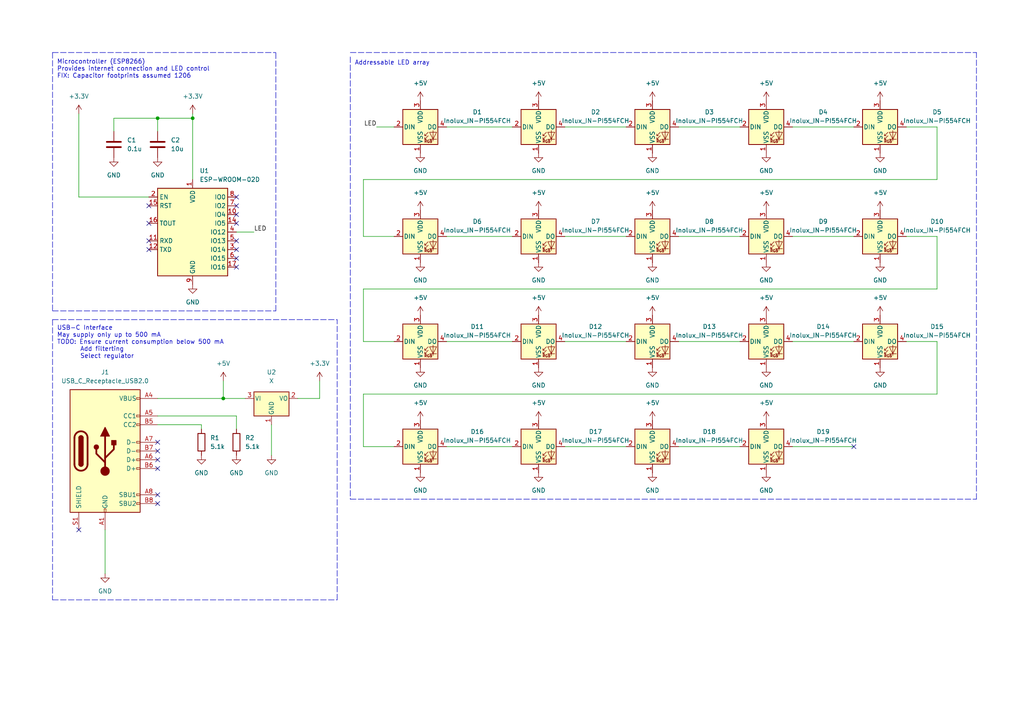
<source format=kicad_sch>
(kicad_sch (version 20211123) (generator eeschema)
  (paper "A4")
  (title_block (title "Apricity - Sunrise Alarm") (company "J. L. Hay (https://jordanhay.com)"))
  (lib_symbols
    (symbol "Connector:USB_C_Receptacle_USB2.0" (pin_names (offset 1.016))
      (property "Reference" "J1" (at 0 22.86 0))
      (property "Value" "USB_C_Receptacle_USB2.0" (at 0 20.32 0))
      (symbol "USB_C_Receptacle_USB2.0_0_0"
        (rectangle (start -0.254 -17.78) (end 0.254 -16.764))
        (rectangle (start 10.16 -14.986) (end 9.144 -15.494))
        (rectangle (start 10.16 -12.446) (end 9.144 -12.954))
        (rectangle (start 10.16 -4.826) (end 9.144 -5.334))
        (rectangle (start 10.16 -2.286) (end 9.144 -2.794))
        (rectangle (start 10.16 0.254) (end 9.144 -0.254))
        (rectangle (start 10.16 2.794) (end 9.144 2.286))
        (rectangle (start 10.16 7.874) (end 9.144 7.366))
        (rectangle (start 10.16 10.414) (end 9.144 9.906))
        (rectangle (start 10.16 15.494) (end 9.144 14.986))
      )
      (symbol "USB_C_Receptacle_USB2.0_0_1"
        (rectangle (start -10.16 17.78) (end 10.16 -17.78) (stroke (width 0.254)) (fill (type background)))
        (arc (start -8.89 -3.81) (mid -6.985 -5.715) (end -5.08 -3.81) (stroke (width 0.508)))
        (arc (start -7.62 -3.81) (mid -6.985 -4.445) (end -6.35 -3.81) (stroke (width 0.254)))
        (arc (start -7.62 -3.81) (mid -6.985 -4.445) (end -6.35 -3.81) (stroke (width 0.254)) (fill (type outline)))
        (rectangle (start -7.62 -3.81) (end -6.35 3.81) (stroke (width 0.254)) (fill (type outline)))
        (arc (start -6.35 3.81) (mid -6.985 4.445) (end -7.62 3.81) (stroke (width 0.254)))
        (arc (start -6.35 3.81) (mid -6.985 4.445) (end -7.62 3.81) (stroke (width 0.254)) (fill (type outline)))
        (arc (start -5.08 3.81) (mid -6.985 5.715) (end -8.89 3.81) (stroke (width 0.508)))
        (circle (center -2.54 1.143) (radius 0.635) (stroke (width 0.254)) (fill (type outline)))
        (circle (center 0 -5.842) (radius 1.27) (fill (type outline)))
        (polyline (pts (xy -8.89 -3.81) (xy -8.89 3.81)) (stroke (width 0.508)))
        (polyline (pts (xy -5.08 3.81) (xy -5.08 -3.81)) (stroke (width 0.508)))
        (polyline (pts (xy 0 -5.842) (xy 0 4.318)) (stroke (width 0.508)))
        (polyline (pts (xy 0 -3.302) (xy -2.54 -0.762) (xy -2.54 0.508)) (stroke (width 0.508)))
        (polyline (pts (xy 0 -2.032) (xy 2.54 0.508) (xy 2.54 1.778)) (stroke (width 0.508)))
        (polyline (pts (xy -1.27 4.318) (xy 0 6.858) (xy 1.27 4.318) (xy -1.27 4.318)) (stroke (width 0.254)) (fill (type outline)))
        (rectangle (start 1.905 1.778) (end 3.175 3.048) (stroke (width 0.254)) (fill (type outline)))
      )
      (symbol "USB_C_Receptacle_USB2.0_1_1"
        (pin power_out line (at 0 -22.86 90) (length 5.08) (name "GND") (number "A1"))
        (pin passive line (at 0 -22.86 90) (length 5.08) hide (name "GND") (number "A12"))
        (pin power_out line (at 15.24 15.24 180) (length 5.08) (name "VBUS") (number "A4"))
        (pin bidirectional line (at 15.24 10.16 180) (length 5.08) (name "CC1") (number "A5"))
        (pin bidirectional line (at 15.24 -2.54 180) (length 5.08) (name "D+") (number "A6"))
        (pin bidirectional line (at 15.24 2.54 180) (length 5.08) (name "D-") (number "A7"))
        (pin bidirectional line (at 15.24 -12.7 180) (length 5.08) (name "SBU1") (number "A8"))
        (pin passive line (at 15.24 15.24 180) (length 5.08) hide (name "VBUS") (number "A9"))
        (pin passive line (at 0 -22.86 90) (length 5.08) hide (name "GND") (number "B1"))
        (pin passive line (at 0 -22.86 90) (length 5.08) hide (name "GND") (number "B12"))
        (pin passive line (at 15.24 15.24 180) (length 5.08) hide (name "VBUS") (number "B4"))
        (pin bidirectional line (at 15.24 7.62 180) (length 5.08) (name "CC2") (number "B5"))
        (pin bidirectional line (at 15.24 -5.08 180) (length 5.08) (name "D+") (number "B6"))
        (pin bidirectional line (at 15.24 0 180) (length 5.08) (name "D-") (number "B7"))
        (pin bidirectional line (at 15.24 -15.24 180) (length 5.08) (name "SBU2") (number "B8"))
        (pin passive line (at 15.24 15.24 180) (length 5.08) hide (name "VBUS") (number "B9"))
        (pin passive line (at -7.62 -22.86 90) (length 5.08) (name "SHIELD") (number "S1"))
      )
    )
    (symbol "Device:C" (pin_numbers hide) (pin_names (offset 0.254))
      (property "Reference" "C" (at 0.635 2.54 0))
      (property "Value" "C" (at 0.635 -2.54 0))
      (symbol "C_0_1"
        (polyline (pts (xy -2.032 -0.762) (xy 2.032 -0.762)) (stroke (width 0.508)))
        (polyline (pts (xy -2.032 0.762) (xy 2.032 0.762)) (stroke (width 0.508)))
      )
      (symbol "C_1_1"
        (pin passive line (at 0 3.81 270) (length 2.794) (name "~") (number "1"))
        (pin passive line (at 0 -3.81 90) (length 2.794) (name "~") (number "2"))
      )
    )
    (symbol "Device:R" (pin_numbers hide) (pin_names (offset 0))
      (property "Reference" "R" (at 2.032 0 90))
      (property "Value" "R" (at 0 0 90))
      (symbol "R_0_1"
        (rectangle (start -1.016 -2.54) (end 1.016 2.54) (stroke (width 0.254)))
      )
      (symbol "R_1_1"
        (pin passive line (at 0 3.81 270) (length 1.27) (name "~") (number "1"))
        (pin passive line (at 0 -3.81 90) (length 1.27) (name "~") (number "2"))
      )
    )
    (symbol "LED:Inolux_IN-PI554FCH" (pin_names (offset 0.254))
      (property "Reference" "D" (at 5.08 5.715 0))
      (property "Value" "Inolux_IN-PI554FCH" (at 1.27 -5.715 0))
      (symbol "Inolux_IN-PI554FCH_0_0"
        (text "RGB" (at 2.286 -4.191 0) (effects (font (size 0.762 0.762))))
      )
      (symbol "Inolux_IN-PI554FCH_0_1"
        (polyline (pts (xy 1.27 -3.556) (xy 1.778 -3.556)))
        (polyline (pts (xy 1.27 -2.54) (xy 1.778 -2.54)))
        (polyline (pts (xy 4.699 -3.556) (xy 2.667 -3.556)))
        (polyline (pts (xy 2.286 -2.54) (xy 1.27 -3.556) (xy 1.27 -3.048)))
        (polyline (pts (xy 2.286 -1.524) (xy 1.27 -2.54) (xy 1.27 -2.032)))
        (polyline (pts (xy 3.683 -1.016) (xy 3.683 -3.556) (xy 3.683 -4.064)))
        (polyline (pts (xy 4.699 -1.524) (xy 2.667 -1.524) (xy 3.683 -3.556) (xy 4.699 -1.524)))
        (rectangle (start 5.08 5.08) (end -5.08 -5.08) (stroke (width 0.254)) (fill (type background)))
      )
      (symbol "Inolux_IN-PI554FCH_1_1"
        (pin power_in line (at 0 -7.62 90) (length 2.54) (name "VSS") (number "1"))
        (pin input line (at -7.62 0 0) (length 2.54) (name "DIN") (number "2"))
        (pin power_in line (at 0 7.62 270) (length 2.54) (name "VDD") (number "3"))
        (pin output line (at 7.62 0 180) (length 2.54) (name "DO") (number "4"))
      )
    )
    (symbol "RF_Module:ESP-WROOM-02"
      (property "Reference" "U" (at -7.62 13.97 0))
      (property "Value" "ESP-WROOM-02" (at 10.16 13.97 0))
      (symbol "ESP-WROOM-02_0_1"
        (rectangle (start 10.16 12.7) (end -10.16 -12.7) (stroke (width 0.254)) (fill (type background)))
      )
      (symbol "ESP-WROOM-02_1_1"
        (pin power_in line (at 0 15.24 270) (length 2.54) (name "VDD") (number "1"))
        (pin bidirectional line (at 12.7 5.08 180) (length 2.54) (name "IO4") (number "10"))
        (pin bidirectional line (at -12.7 -2.54 0) (length 2.54) (name "RXD") (number "11"))
        (pin bidirectional line (at -12.7 -5.08 0) (length 2.54) (name "TXD") (number "12"))
        (pin passive line (at 0 -15.24 90) (length 2.54) hide (name "GND") (number "13"))
        (pin bidirectional line (at 12.7 2.54 180) (length 2.54) (name "IO5") (number "14"))
        (pin input line (at -12.7 7.62 0) (length 2.54) (name "RST") (number "15"))
        (pin input line (at -12.7 2.54 0) (length 2.54) (name "TOUT") (number "16"))
        (pin bidirectional line (at 12.7 -10.16 180) (length 2.54) (name "IO16") (number "17"))
        (pin passive line (at 0 -15.24 90) (length 2.54) hide (name "GND") (number "18"))
        (pin passive line (at 0 -15.24 90) (length 2.54) hide (name "GND") (number "19"))
        (pin input line (at -12.7 10.16 0) (length 2.54) (name "EN") (number "2"))
        (pin bidirectional line (at 12.7 -5.08 180) (length 2.54) (name "IO14") (number "3"))
        (pin bidirectional line (at 12.7 0 180) (length 2.54) (name "IO12") (number "4"))
        (pin bidirectional line (at 12.7 -2.54 180) (length 2.54) (name "IO13") (number "5"))
        (pin bidirectional line (at 12.7 -7.62 180) (length 2.54) (name "IO15") (number "6"))
        (pin bidirectional line (at 12.7 7.62 180) (length 2.54) (name "IO2") (number "7"))
        (pin bidirectional line (at 12.7 10.16 180) (length 2.54) (name "IO0") (number "8"))
        (pin power_in line (at 0 -15.24 90) (length 2.54) (name "GND") (number "9"))
      )
    )
    (symbol "Regulator_Linear:AMS1117-3.3" (pin_names (offset 0.254))
      (property "Reference" "U" (at -3.81 3.175 0))
      (property "Value" "AMS1117-3.3" (at 0 3.175 0))
      (symbol "AMS1117-3.3_0_1"
        (rectangle (start -5.08 -5.08) (end 5.08 1.905) (stroke (width 0.254)) (fill (type background)))
      )
      (symbol "AMS1117-3.3_1_1"
        (pin power_in line (at 0 -7.62 90) (length 2.54) (name "GND") (number "1"))
        (pin power_out line (at 7.62 0 180) (length 2.54) (name "VO") (number "2"))
        (pin power_in line (at -7.62 0 0) (length 2.54) (name "VI") (number "3"))
      )
    )
    (symbol "power:+3.3V" (power) (pin_names (offset 0))
      (property "Value" "+3.3V" (at 0 3.556 0))
      (symbol "+3.3V_0_1"
        (polyline (pts (xy -0.762 1.27) (xy 0 2.54)))
        (polyline (pts (xy 0 0) (xy 0 2.54)))
        (polyline (pts (xy 0 2.54) (xy 0.762 1.27)))
      )
      (symbol "+3.3V_1_1"
        (pin power_in line (at 0 0 90) (length 0) hide (name "+3.3V") (number "1"))
      )
    )
    (symbol "power:+5V" (power) (pin_names (offset 0))
      (property "Value" "+5V" (at 0 3.556 0))
      (symbol "+5V_0_1"
        (polyline (pts (xy -0.762 1.27) (xy 0 2.54)))
        (polyline (pts (xy 0 0) (xy 0 2.54)))
        (polyline (pts (xy 0 2.54) (xy 0.762 1.27)))
      )
      (symbol "+5V_1_1"
        (pin power_in line (at 0 0 90) (length 0) hide (name "+5V") (number "1"))
      )
    )
    (symbol "power:GND" (power) (pin_names (offset 0))
      (property "Value" "GND" (at 0 -3.81 0))
      (symbol "GND_0_1"
        (polyline (pts (xy 0 0) (xy 0 -1.27) (xy 1.27 -1.27) (xy 0 -2.54) (xy -1.27 -1.27) (xy 0 -1.27)))
      )
      (symbol "GND_1_1"
        (pin power_in line (at 0 0 270) (length 0) hide (name "GND") (number "1"))
      )
    )
  )
  (junction (at 64.77 115.57))
  (junction (at 45.72 34.29))
  (junction (at 55.88 34.29))
  (no_connect (at 45.72 143.51))
  (no_connect (at 22.86 153.67))
  (no_connect (at 68.58 77.47))
  (no_connect (at 68.58 64.77))
  (no_connect (at 45.72 130.81))
  (no_connect (at 43.18 72.39))
  (no_connect (at 45.72 146.05))
  (no_connect (at 43.18 69.85))
  (no_connect (at 43.18 64.77))
  (no_connect (at 45.72 128.27))
  (no_connect (at 68.58 62.23))
  (no_connect (at 68.58 59.69))
  (no_connect (at 43.18 59.69))
  (no_connect (at 68.58 57.15))
  (no_connect (at 247.65 129.54))
  (no_connect (at 68.58 74.93))
  (no_connect (at 45.72 133.35))
  (no_connect (at 68.58 72.39))
  (no_connect (at 45.72 135.89))
  (no_connect (at 68.58 69.85))
  (wire (pts (xy 229.87 68.58) (xy 247.65 68.58)))
  (polyline (pts (xy 15.24 15.24) (xy 15.24 90.17)))
  (wire (pts (xy 163.83 68.58) (xy 181.61 68.58)))
  (wire (pts (xy 105.41 83.82) (xy 271.78 83.82)))
  (wire (pts (xy 92.71 110.49) (xy 92.71 115.57)))
  (wire (pts (xy 64.77 110.49) (xy 64.77 115.57)))
  (wire (pts (xy 196.85 99.06) (xy 214.63 99.06)))
  (wire (pts (xy 105.41 83.82) (xy 105.41 99.06)))
  (wire (pts (xy 271.78 99.06) (xy 271.78 114.3)))
  (polyline (pts (xy 101.6 15.24) (xy 283.21 15.24)))
  (wire (pts (xy 55.88 34.29) (xy 55.88 52.07)))
  (wire (pts (xy 45.72 34.29) (xy 33.02 34.29)))
  (wire (pts (xy 105.41 99.06) (xy 114.3 99.06)))
  (wire (pts (xy 163.83 36.83) (xy 181.61 36.83)))
  (wire (pts (xy 271.78 36.83) (xy 271.78 52.07)))
  (wire (pts (xy 105.41 114.3) (xy 271.78 114.3)))
  (wire (pts (xy 30.48 153.67) (xy 30.48 166.37)))
  (wire (pts (xy 68.58 67.31) (xy 73.66 67.31)))
  (wire (pts (xy 78.74 123.19) (xy 78.74 132.08)))
  (wire (pts (xy 129.54 99.06) (xy 148.59 99.06)))
  (wire (pts (xy 262.89 36.83) (xy 271.78 36.83)))
  (wire (pts (xy 105.41 129.54) (xy 114.3 129.54)))
  (wire (pts (xy 229.87 36.83) (xy 247.65 36.83)))
  (wire (pts (xy 64.77 115.57) (xy 71.12 115.57)))
  (wire (pts (xy 58.42 123.19) (xy 45.72 123.19)))
  (wire (pts (xy 22.86 57.15) (xy 43.18 57.15)))
  (wire (pts (xy 196.85 36.83) (xy 214.63 36.83)))
  (wire (pts (xy 163.83 129.54) (xy 181.61 129.54)))
  (wire (pts (xy 55.88 33.02) (xy 55.88 34.29)))
  (wire (pts (xy 229.87 129.54) (xy 247.65 129.54)))
  (wire (pts (xy 92.71 115.57) (xy 86.36 115.57)))
  (wire (pts (xy 109.22 36.83) (xy 114.3 36.83)))
  (wire (pts (xy 58.42 124.46) (xy 58.42 123.19)))
  (wire (pts (xy 196.85 129.54) (xy 214.63 129.54)))
  (wire (pts (xy 105.41 52.07) (xy 271.78 52.07)))
  (wire (pts (xy 68.58 120.65) (xy 68.58 124.46)))
  (wire (pts (xy 105.41 114.3) (xy 105.41 129.54)))
  (polyline (pts (xy 15.24 90.17) (xy 80.01 90.17)))
  (wire (pts (xy 262.89 99.06) (xy 271.78 99.06)))
  (wire (pts (xy 229.87 99.06) (xy 247.65 99.06)))
  (polyline (pts (xy 15.24 92.71) (xy 97.79 92.71)))
  (wire (pts (xy 22.86 33.02) (xy 22.86 57.15)))
  (wire (pts (xy 105.41 52.07) (xy 105.41 68.58)))
  (wire (pts (xy 45.72 120.65) (xy 68.58 120.65)))
  (wire (pts (xy 271.78 68.58) (xy 262.89 68.58)))
  (polyline (pts (xy 101.6 16.51) (xy 101.6 144.78)))
  (wire (pts (xy 105.41 68.58) (xy 114.3 68.58)))
  (wire (pts (xy 129.54 68.58) (xy 148.59 68.58)))
  (wire (pts (xy 45.72 34.29) (xy 45.72 38.1)))
  (wire (pts (xy 163.83 99.06) (xy 181.61 99.06)))
  (wire (pts (xy 33.02 34.29) (xy 33.02 38.1)))
  (wire (pts (xy 129.54 129.54) (xy 148.59 129.54)))
  (wire (pts (xy 271.78 83.82) (xy 271.78 68.58)))
  (polyline (pts (xy 80.01 90.17) (xy 80.01 15.24)))
  (polyline (pts (xy 15.24 92.71) (xy 15.24 173.99)))
  (wire (pts (xy 55.88 34.29) (xy 45.72 34.29)))
  (wire (pts (xy 129.54 36.83) (xy 148.59 36.83)))
  (polyline (pts (xy 101.6 144.78) (xy 283.21 144.78)))
  (polyline (pts (xy 283.21 144.78) (xy 283.21 15.24)))
  (polyline (pts (xy 15.24 15.24) (xy 80.01 15.24)))
  (wire (pts (xy 196.85 68.58) (xy 214.63 68.58)))
  (polyline (pts (xy 15.24 173.99) (xy 97.79 173.99)))
  (wire (pts (xy 45.72 115.57) (xy 64.77 115.57)))
  (polyline (pts (xy 97.79 173.99) (xy 97.79 92.71)))
  (text "Addressable LED array\n" (at 102.87 19.05 0) (effects (font (size 1.27 1.27)) (justify left bottom)))
  (text "USB-C Interface\nMay supply only up to 500 mA\nTODO: Ensure current consumption below 500 mA\n	  Add filterting\n	  Select regulator" (at 16.51 104.14 0) (effects (font (size 1.27 1.27)) (justify left bottom)))
  (text "Microcontroller (ESP8266)\nProvides internet connection and LED control\nFIX: Capacitor footprints assumed 1206\n" (at 16.51 22.86 0) (effects (font (size 1.27 1.27)) (justify left bottom)))
  (label "LED" (at 73.66 67.31 0))
  (label "LED" (at 109.22 36.83 180))
  (symbol (lib_id "power:+5V") (at 156.21 91.44 0) (unit 1)
    (property "Reference" "#PWR027" (effects hide))
    (property "Value" "+5V" (at 156.21 86.36 0))
  )
  (symbol (lib_id "power:+5V") (at 255.27 60.96 0) (unit 1)
    (property "Reference" "#PWR019" (effects hide))
    (property "Value" "+5V" (at 255.27 55.88 0))
  )
  (symbol (lib_id "LED:Inolux_IN-PI554FCH") (at 156.21 129.54 0) (unit 1)
    (property "Reference" "D17" (at 172.72 125.2093 0))
    (property "Value" "Inolux_IN-PI554FCH" (at 172.72 127.7493 0))
    (property "Footprint" "LED_SMD:LED_Inolux_IN-PI554FCH_PLCC4_5.0x5.0mm_P3.2mm" (effects hide))
    (property "Datasheet" "http://www.inolux-corp.com/datasheet/SMDLED/Addressable%20LED/IN-PI554FCH.pdf" (effects hide))
  )
  (symbol (lib_id "power:GND") (at 255.27 106.68 0) (unit 1)
    (property "Reference" "#PWR035" (effects hide))
    (property "Value" "GND" (at 255.27 111.76 0))
  )
  (symbol (lib_id "power:+5V") (at 189.23 91.44 0) (unit 1)
    (property "Reference" "#PWR028" (effects hide))
    (property "Value" "+5V" (at 189.23 86.36 0))
  )
  (symbol (lib_id "Device:R") (at 58.42 128.27 0) (unit 1)
    (property "Reference" "R1" (at 60.96 126.9999 0) (effects (justify left)))
    (property "Value" "5.1k" (at 60.96 129.5399 0) (effects (justify left)))
    (property "Footprint" "Resistor_SMD:R_0805_2012Metric" (effects hide))
  )
  (symbol (lib_id "RF_Module:ESP-WROOM-02") (at 55.88 67.31 0) (unit 1)
    (property "Reference" "U1" (at 57.8994 49.53 0) (effects (justify left)))
    (property "Value" "ESP-WROOM-02D" (at 57.8994 52.07 0) (effects (justify left)))
    (property "Footprint" "RF_Module:ESP-WROOM-02" (effects hide))
    (property "Datasheet" "https://www.espressif.com/sites/default/files/documentation/esp-wroom-02u_esp-wroom-02d_datasheet_en.pdf" (effects hide))
  )
  (symbol (lib_id "power:GND") (at 156.21 106.68 0) (unit 1)
    (property "Reference" "#PWR032" (effects hide))
    (property "Value" "GND" (at 156.21 111.76 0))
  )
  (symbol (lib_id "LED:Inolux_IN-PI554FCH") (at 121.92 36.83 0) (unit 1)
    (property "Reference" "D1" (at 138.43 32.4993 0))
    (property "Value" "Inolux_IN-PI554FCH" (at 138.43 35.0393 0))
    (property "Footprint" "LED_SMD:LED_Inolux_IN-PI554FCH_PLCC4_5.0x5.0mm_P3.2mm" (effects hide))
    (property "Datasheet" "http://www.inolux-corp.com/datasheet/SMDLED/Addressable%20LED/IN-PI554FCH.pdf" (effects hide))
  )
  (symbol (lib_id "power:GND") (at 45.72 45.72 0) (unit 1)
    (property "Reference" "#PWR014" (effects hide))
    (property "Value" "GND" (at 45.72 50.8 0))
  )
  (symbol (lib_id "power:+3.3V") (at 22.86 33.02 0) (unit 1)
    (property "Reference" "#PWR06" (effects hide))
    (property "Value" "+3.3V" (at 22.86 27.94 0))
  )
  (symbol (lib_id "power:GND") (at 222.25 106.68 0) (unit 1)
    (property "Reference" "#PWR034" (effects hide))
    (property "Value" "GND" (at 222.25 111.76 0))
  )
  (symbol (lib_id "power:GND") (at 78.74 132.08 0) (unit 1)
    (property "Reference" "#PWR044" (effects hide))
    (property "Value" "GND" (at 78.74 137.16 0))
  )
  (symbol (lib_id "power:+5V") (at 222.25 60.96 0) (unit 1)
    (property "Reference" "#PWR018" (effects hide))
    (property "Value" "+5V" (at 222.25 55.88 0))
  )
  (symbol (lib_id "LED:Inolux_IN-PI554FCH") (at 189.23 99.06 0) (unit 1)
    (property "Reference" "D13" (at 205.74 94.7293 0))
    (property "Value" "Inolux_IN-PI554FCH" (at 205.74 97.2693 0))
    (property "Footprint" "LED_SMD:LED_Inolux_IN-PI554FCH_PLCC4_5.0x5.0mm_P3.2mm" (effects hide))
    (property "Datasheet" "http://www.inolux-corp.com/datasheet/SMDLED/Addressable%20LED/IN-PI554FCH.pdf" (effects hide))
  )
  (symbol (lib_id "LED:Inolux_IN-PI554FCH") (at 255.27 99.06 0) (unit 1)
    (property "Reference" "D15" (at 271.78 94.7293 0))
    (property "Value" "Inolux_IN-PI554FCH" (at 271.78 97.2693 0))
    (property "Footprint" "LED_SMD:LED_Inolux_IN-PI554FCH_PLCC4_5.0x5.0mm_P3.2mm" (effects hide))
    (property "Datasheet" "http://www.inolux-corp.com/datasheet/SMDLED/Addressable%20LED/IN-PI554FCH.pdf" (effects hide))
  )
  (symbol (lib_id "LED:Inolux_IN-PI554FCH") (at 189.23 129.54 0) (unit 1)
    (property "Reference" "D18" (at 205.74 125.2093 0))
    (property "Value" "Inolux_IN-PI554FCH" (at 205.74 127.7493 0))
    (property "Footprint" "LED_SMD:LED_Inolux_IN-PI554FCH_PLCC4_5.0x5.0mm_P3.2mm" (effects hide))
    (property "Datasheet" "http://www.inolux-corp.com/datasheet/SMDLED/Addressable%20LED/IN-PI554FCH.pdf" (effects hide))
  )
  (symbol (lib_id "power:GND") (at 255.27 76.2 0) (unit 1)
    (property "Reference" "#PWR024" (effects hide))
    (property "Value" "GND" (at 255.27 81.28 0))
  )
  (symbol (lib_id "power:+5V") (at 121.92 91.44 0) (unit 1)
    (property "Reference" "#PWR026" (effects hide))
    (property "Value" "+5V" (at 121.92 86.36 0))
  )
  (symbol (lib_id "power:GND") (at 55.88 82.55 0) (unit 1)
    (property "Reference" "#PWR025" (effects hide))
    (property "Value" "GND" (at 55.88 87.63 0))
  )
  (symbol (lib_id "LED:Inolux_IN-PI554FCH") (at 121.92 99.06 0) (unit 1)
    (property "Reference" "D11" (at 138.43 94.7293 0))
    (property "Value" "Inolux_IN-PI554FCH" (at 138.43 97.2693 0))
    (property "Footprint" "LED_SMD:LED_Inolux_IN-PI554FCH_PLCC4_5.0x5.0mm_P3.2mm" (effects hide))
    (property "Datasheet" "http://www.inolux-corp.com/datasheet/SMDLED/Addressable%20LED/IN-PI554FCH.pdf" (effects hide))
  )
  (symbol (lib_id "power:GND") (at 222.25 44.45 0) (unit 1)
    (property "Reference" "#PWR011" (effects hide))
    (property "Value" "GND" (at 222.25 49.53 0))
  )
  (symbol (lib_id "power:+5V") (at 189.23 121.92 0) (unit 1)
    (property "Reference" "#PWR040" (effects hide))
    (property "Value" "+5V" (at 189.23 116.84 0))
  )
  (symbol (lib_id "power:GND") (at 68.58 132.08 0) (unit 1)
    (property "Reference" "#PWR043" (effects hide))
    (property "Value" "GND" (at 68.58 137.16 0))
  )
  (symbol (lib_id "power:GND") (at 189.23 106.68 0) (unit 1)
    (property "Reference" "#PWR033" (effects hide))
    (property "Value" "GND" (at 189.23 111.76 0))
  )
  (symbol (lib_id "power:GND") (at 222.25 137.16 0) (unit 1)
    (property "Reference" "#PWR048" (effects hide))
    (property "Value" "GND" (at 222.25 142.24 0))
  )
  (symbol (lib_id "LED:Inolux_IN-PI554FCH") (at 156.21 36.83 0) (unit 1)
    (property "Reference" "D2" (at 172.72 32.4993 0))
    (property "Value" "Inolux_IN-PI554FCH" (at 172.72 35.0393 0))
    (property "Footprint" "LED_SMD:LED_Inolux_IN-PI554FCH_PLCC4_5.0x5.0mm_P3.2mm" (effects hide))
    (property "Datasheet" "http://www.inolux-corp.com/datasheet/SMDLED/Addressable%20LED/IN-PI554FCH.pdf" (effects hide))
  )
  (symbol (lib_id "power:+5V") (at 255.27 91.44 0) (unit 1)
    (property "Reference" "#PWR030" (effects hide))
    (property "Value" "+5V" (at 255.27 86.36 0))
  )
  (symbol (lib_id "power:+5V") (at 222.25 121.92 0) (unit 1)
    (property "Reference" "#PWR041" (effects hide))
    (property "Value" "+5V" (at 222.25 116.84 0))
  )
  (symbol (lib_id "LED:Inolux_IN-PI554FCH") (at 222.25 129.54 0) (unit 1)
    (property "Reference" "D19" (at 238.76 125.2093 0))
    (property "Value" "Inolux_IN-PI554FCH" (at 238.76 127.7493 0))
    (property "Footprint" "LED_SMD:LED_Inolux_IN-PI554FCH_PLCC4_5.0x5.0mm_P3.2mm" (effects hide))
    (property "Datasheet" "http://www.inolux-corp.com/datasheet/SMDLED/Addressable%20LED/IN-PI554FCH.pdf" (effects hide))
  )
  (symbol (lib_id "power:+5V") (at 222.25 29.21 0) (unit 1)
    (property "Reference" "#PWR04" (effects hide))
    (property "Value" "+5V" (at 222.25 24.13 0))
  )
  (symbol (lib_id "LED:Inolux_IN-PI554FCH") (at 121.92 129.54 0) (unit 1)
    (property "Reference" "D16" (at 138.43 125.2093 0))
    (property "Value" "Inolux_IN-PI554FCH" (at 138.43 127.7493 0))
    (property "Footprint" "LED_SMD:LED_Inolux_IN-PI554FCH_PLCC4_5.0x5.0mm_P3.2mm" (effects hide))
    (property "Datasheet" "http://www.inolux-corp.com/datasheet/SMDLED/Addressable%20LED/IN-PI554FCH.pdf" (effects hide))
  )
  (symbol (lib_id "power:+5V") (at 121.92 29.21 0) (unit 1)
    (property "Reference" "#PWR01" (effects hide))
    (property "Value" "+5V" (at 121.92 24.13 0))
  )
  (symbol (lib_id "Device:C") (at 45.72 41.91 0) (unit 1)
    (property "Reference" "C2" (at 49.53 40.6399 0) (effects (justify left)))
    (property "Value" "10u" (at 49.53 43.1799 0) (effects (justify left)))
    (property "Footprint" "Capacitor_SMD:C_1206_3216Metric" (effects hide))
  )
  (symbol (lib_id "LED:Inolux_IN-PI554FCH") (at 222.25 36.83 0) (unit 1)
    (property "Reference" "D4" (at 238.76 32.4993 0))
    (property "Value" "Inolux_IN-PI554FCH" (at 238.76 35.0393 0))
    (property "Footprint" "LED_SMD:LED_Inolux_IN-PI554FCH_PLCC4_5.0x5.0mm_P3.2mm" (effects hide))
    (property "Datasheet" "http://www.inolux-corp.com/datasheet/SMDLED/Addressable%20LED/IN-PI554FCH.pdf" (effects hide))
  )
  (symbol (lib_id "power:+5V") (at 121.92 121.92 0) (unit 1)
    (property "Reference" "#PWR038" (effects hide))
    (property "Value" "+5V" (at 121.92 116.84 0))
  )
  (symbol (lib_id "power:+5V") (at 64.77 110.49 0) (unit 1)
    (property "Reference" "#PWR036" (effects hide))
    (property "Value" "+5V" (at 64.77 105.41 0))
  )
  (symbol (lib_id "LED:Inolux_IN-PI554FCH") (at 189.23 68.58 0) (unit 1)
    (property "Reference" "D8" (at 205.74 64.2493 0))
    (property "Value" "Inolux_IN-PI554FCH" (at 205.74 66.7893 0))
    (property "Footprint" "LED_SMD:LED_Inolux_IN-PI554FCH_PLCC4_5.0x5.0mm_P3.2mm" (effects hide))
    (property "Datasheet" "http://www.inolux-corp.com/datasheet/SMDLED/Addressable%20LED/IN-PI554FCH.pdf" (effects hide))
  )
  (symbol (lib_id "Device:C") (at 33.02 41.91 0) (unit 1)
    (property "Reference" "C1" (at 36.83 40.6399 0) (effects (justify left)))
    (property "Value" "0.1u" (at 36.83 43.1799 0) (effects (justify left)))
    (property "Footprint" "Capacitor_SMD:C_1206_3216Metric" (effects hide))
  )
  (symbol (lib_id "power:+3.3V") (at 92.71 110.49 0) (unit 1)
    (property "Reference" "#PWR037" (effects hide))
    (property "Value" "+3.3V" (at 92.71 105.41 0))
  )
  (symbol (lib_id "power:+5V") (at 255.27 29.21 0) (unit 1)
    (property "Reference" "#PWR05" (effects hide))
    (property "Value" "+5V" (at 255.27 24.13 0))
  )
  (symbol (lib_id "power:+5V") (at 156.21 29.21 0) (unit 1)
    (property "Reference" "#PWR02" (effects hide))
    (property "Value" "+5V" (at 156.21 24.13 0))
  )
  (symbol (lib_id "power:+5V") (at 156.21 60.96 0) (unit 1)
    (property "Reference" "#PWR016" (effects hide))
    (property "Value" "+5V" (at 156.21 55.88 0))
  )
  (symbol (lib_id "power:GND") (at 156.21 137.16 0) (unit 1)
    (property "Reference" "#PWR046" (effects hide))
    (property "Value" "GND" (at 156.21 142.24 0))
  )
  (symbol (lib_id "power:+5V") (at 189.23 29.21 0) (unit 1)
    (property "Reference" "#PWR03" (effects hide))
    (property "Value" "+5V" (at 189.23 24.13 0))
  )
  (symbol (lib_id "power:GND") (at 156.21 44.45 0) (unit 1)
    (property "Reference" "#PWR09" (effects hide))
    (property "Value" "GND" (at 156.21 49.53 0))
  )
  (symbol (lib_id "power:+5V") (at 156.21 121.92 0) (unit 1)
    (property "Reference" "#PWR039" (effects hide))
    (property "Value" "+5V" (at 156.21 116.84 0))
  )
  (symbol (lib_id "Device:R") (at 68.58 128.27 0) (unit 1)
    (property "Reference" "R2" (at 71.12 126.9999 0) (effects (justify left)))
    (property "Value" "5.1k" (at 71.12 129.5399 0) (effects (justify left)))
    (property "Footprint" "Resistor_SMD:R_0805_2012Metric" (effects hide))
  )
  (symbol (lib_id "LED:Inolux_IN-PI554FCH") (at 156.21 68.58 0) (unit 1)
    (property "Reference" "D7" (at 172.72 64.2493 0))
    (property "Value" "Inolux_IN-PI554FCH" (at 172.72 66.7893 0))
    (property "Footprint" "LED_SMD:LED_Inolux_IN-PI554FCH_PLCC4_5.0x5.0mm_P3.2mm" (effects hide))
    (property "Datasheet" "http://www.inolux-corp.com/datasheet/SMDLED/Addressable%20LED/IN-PI554FCH.pdf" (effects hide))
  )
  (symbol (lib_id "power:GND") (at 121.92 76.2 0) (unit 1)
    (property "Reference" "#PWR020" (effects hide))
    (property "Value" "GND" (at 121.92 81.28 0))
  )
  (symbol (lib_id "LED:Inolux_IN-PI554FCH") (at 222.25 99.06 0) (unit 1)
    (property "Reference" "D14" (at 238.76 94.7293 0))
    (property "Value" "Inolux_IN-PI554FCH" (at 238.76 97.2693 0))
    (property "Footprint" "LED_SMD:LED_Inolux_IN-PI554FCH_PLCC4_5.0x5.0mm_P3.2mm" (effects hide))
    (property "Datasheet" "http://www.inolux-corp.com/datasheet/SMDLED/Addressable%20LED/IN-PI554FCH.pdf" (effects hide))
  )
  (symbol (lib_id "power:GND") (at 58.42 132.08 0) (unit 1)
    (property "Reference" "#PWR042" (effects hide))
    (property "Value" "GND" (at 58.42 137.16 0))
  )
  (symbol (lib_id "power:GND") (at 121.92 44.45 0) (unit 1)
    (property "Reference" "#PWR08" (effects hide))
    (property "Value" "GND" (at 121.92 49.53 0))
  )
  (symbol (lib_id "power:GND") (at 189.23 76.2 0) (unit 1)
    (property "Reference" "#PWR022" (effects hide))
    (property "Value" "GND" (at 189.23 81.28 0))
  )
  (symbol (lib_id "power:+5V") (at 189.23 60.96 0) (unit 1)
    (property "Reference" "#PWR017" (effects hide))
    (property "Value" "+5V" (at 189.23 55.88 0))
  )
  (symbol (lib_id "power:GND") (at 156.21 76.2 0) (unit 1)
    (property "Reference" "#PWR021" (effects hide))
    (property "Value" "GND" (at 156.21 81.28 0))
  )
  (symbol (lib_id "power:GND") (at 255.27 44.45 0) (unit 1)
    (property "Reference" "#PWR012" (effects hide))
    (property "Value" "GND" (at 255.27 49.53 0))
  )
  (symbol (lib_id "Regulator_Linear:AMS1117-3.3") (at 78.74 115.57 0) (unit 1)
    (property "Reference" "U2" (at 78.74 107.95 0))
    (property "Value" "X" (at 78.74 110.49 0))
    (property "Footprint" "Package_TO_SOT_SMD:TSOT-23_HandSoldering" (effects hide))
  )
  (symbol (lib_id "LED:Inolux_IN-PI554FCH") (at 121.92 68.58 0) (unit 1)
    (property "Reference" "D6" (at 138.43 64.2493 0))
    (property "Value" "Inolux_IN-PI554FCH" (at 138.43 66.7893 0))
    (property "Footprint" "LED_SMD:LED_Inolux_IN-PI554FCH_PLCC4_5.0x5.0mm_P3.2mm" (effects hide))
    (property "Datasheet" "http://www.inolux-corp.com/datasheet/SMDLED/Addressable%20LED/IN-PI554FCH.pdf" (effects hide))
  )
  (symbol (lib_id "power:GND") (at 189.23 137.16 0) (unit 1)
    (property "Reference" "#PWR047" (effects hide))
    (property "Value" "GND" (at 189.23 142.24 0))
  )
  (symbol (lib_id "power:GND") (at 222.25 76.2 0) (unit 1)
    (property "Reference" "#PWR023" (effects hide))
    (property "Value" "GND" (at 222.25 81.28 0))
  )
  (symbol (lib_id "LED:Inolux_IN-PI554FCH") (at 255.27 36.83 0) (unit 1)
    (property "Reference" "D5" (at 271.78 32.4993 0))
    (property "Value" "Inolux_IN-PI554FCH" (at 271.78 35.0393 0))
    (property "Footprint" "LED_SMD:LED_Inolux_IN-PI554FCH_PLCC4_5.0x5.0mm_P3.2mm" (effects hide))
    (property "Datasheet" "http://www.inolux-corp.com/datasheet/SMDLED/Addressable%20LED/IN-PI554FCH.pdf" (effects hide))
  )
  (symbol (lib_id "LED:Inolux_IN-PI554FCH") (at 255.27 68.58 0) (unit 1)
    (property "Reference" "D10" (at 271.78 64.2493 0))
    (property "Value" "Inolux_IN-PI554FCH" (at 271.78 66.7893 0))
    (property "Footprint" "LED_SMD:LED_Inolux_IN-PI554FCH_PLCC4_5.0x5.0mm_P3.2mm" (effects hide))
    (property "Datasheet" "http://www.inolux-corp.com/datasheet/SMDLED/Addressable%20LED/IN-PI554FCH.pdf" (effects hide))
  )
  (symbol (lib_id "power:+5V") (at 121.92 60.96 0) (unit 1)
    (property "Reference" "#PWR015" (effects hide))
    (property "Value" "+5V" (at 121.92 55.88 0))
  )
  (symbol (lib_id "LED:Inolux_IN-PI554FCH") (at 189.23 36.83 0) (unit 1)
    (property "Reference" "D3" (at 205.74 32.4993 0))
    (property "Value" "Inolux_IN-PI554FCH" (at 205.74 35.0393 0))
    (property "Footprint" "LED_SMD:LED_Inolux_IN-PI554FCH_PLCC4_5.0x5.0mm_P3.2mm" (effects hide))
    (property "Datasheet" "http://www.inolux-corp.com/datasheet/SMDLED/Addressable%20LED/IN-PI554FCH.pdf" (effects hide))
  )
  (symbol (lib_id "power:GND") (at 189.23 44.45 0) (unit 1)
    (property "Reference" "#PWR010" (effects hide))
    (property "Value" "GND" (at 189.23 49.53 0))
  )
  (symbol (lib_id "power:+3.3V") (at 55.88 33.02 0) (unit 1)
    (property "Reference" "#PWR07" (effects hide))
    (property "Value" "+3.3V" (at 55.88 27.94 0))
  )
  (symbol (lib_id "power:GND") (at 33.02 45.72 0) (unit 1)
    (property "Reference" "#PWR013" (effects hide))
    (property "Value" "GND" (at 33.02 50.8 0))
  )
  (symbol (lib_id "power:GND") (at 30.48 166.37 0) (unit 1)
    (property "Reference" "#PWR050" (effects hide))
    (property "Value" "GND" (at 30.48 171.45 0))
  )
  (symbol (lib_id "power:GND") (at 121.92 106.68 0) (unit 1)
    (property "Reference" "#PWR031" (effects hide))
    (property "Value" "GND" (at 121.92 111.76 0))
  )
  (symbol (lib_id "Connector:USB_C_Receptacle_USB2.0") (at 30.48 130.81 0) (unit 1)
    (property "Reference" "J1" (at 30.48 107.95 0))
    (property "Value" "USB_C_Receptacle_USB2.0" (at 30.48 110.49 0))
    (property "Footprint" "Connector_USB:USB_C_Receptacle_XKB_U262-16XN-4BVC11" (effects hide))
    (property "Datasheet" "https://www.usb.org/sites/default/files/documents/usb_type-c.zip" (effects hide))
  )
  (symbol (lib_id "power:GND") (at 121.92 137.16 0) (unit 1)
    (property "Reference" "#PWR045" (effects hide))
    (property "Value" "GND" (at 121.92 142.24 0))
  )
  (symbol (lib_id "LED:Inolux_IN-PI554FCH") (at 156.21 99.06 0) (unit 1)
    (property "Reference" "D12" (at 172.72 94.7293 0))
    (property "Value" "Inolux_IN-PI554FCH" (at 172.72 97.2693 0))
    (property "Footprint" "LED_SMD:LED_Inolux_IN-PI554FCH_PLCC4_5.0x5.0mm_P3.2mm" (effects hide))
    (property "Datasheet" "http://www.inolux-corp.com/datasheet/SMDLED/Addressable%20LED/IN-PI554FCH.pdf" (effects hide))
  )
  (symbol (lib_id "power:+5V") (at 222.25 91.44 0) (unit 1)
    (property "Reference" "#PWR029" (effects hide))
    (property "Value" "+5V" (at 222.25 86.36 0))
  )
  (symbol (lib_id "LED:Inolux_IN-PI554FCH") (at 222.25 68.58 0) (unit 1)
    (property "Reference" "D9" (at 238.76 64.2493 0))
    (property "Value" "Inolux_IN-PI554FCH" (at 238.76 66.7893 0))
    (property "Footprint" "LED_SMD:LED_Inolux_IN-PI554FCH_PLCC4_5.0x5.0mm_P3.2mm" (effects hide))
    (property "Datasheet" "http://www.inolux-corp.com/datasheet/SMDLED/Addressable%20LED/IN-PI554FCH.pdf" (effects hide))
  )
)
</source>
